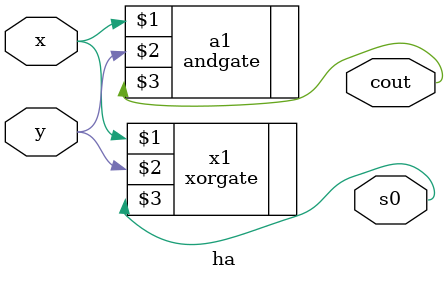
<source format=v>
module ha(x,y,s0,cout);
input x,y;
output s0,cout;
xorgate x1(x,y,s0);  // ask them for the equation
andgate a1(x,y,cout); 

endmodule

</source>
